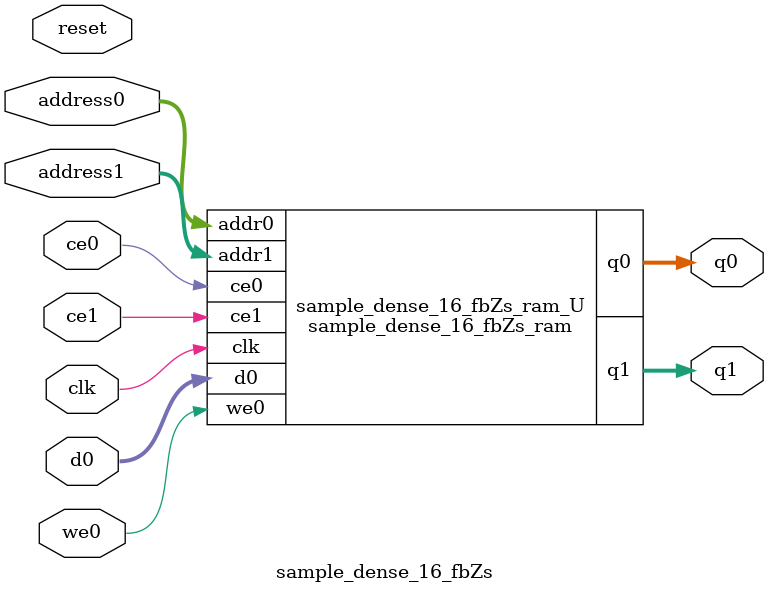
<source format=v>

`timescale 1 ns / 1 ps
module sample_dense_16_fbZs_ram (addr0, ce0, d0, we0, q0, addr1, ce1, q1,  clk);

parameter DWIDTH = 32;
parameter AWIDTH = 5;
parameter MEM_SIZE = 32;

input[AWIDTH-1:0] addr0;
input ce0;
input[DWIDTH-1:0] d0;
input we0;
output reg[DWIDTH-1:0] q0;
input[AWIDTH-1:0] addr1;
input ce1;
output reg[DWIDTH-1:0] q1;
input clk;

(* ram_style = "block" *)reg [DWIDTH-1:0] ram[0:MEM_SIZE-1];




always @(posedge clk)  
begin 
    if (ce0) 
    begin
        if (we0) 
        begin 
            ram[addr0] <= d0; 
            q0 <= d0;
        end 
        else 
            q0 <= ram[addr0];
    end
end


always @(posedge clk)  
begin 
    if (ce1) 
    begin
            q1 <= ram[addr1];
    end
end


endmodule


`timescale 1 ns / 1 ps
module sample_dense_16_fbZs(
    reset,
    clk,
    address0,
    ce0,
    we0,
    d0,
    q0,
    address1,
    ce1,
    q1);

parameter DataWidth = 32'd32;
parameter AddressRange = 32'd32;
parameter AddressWidth = 32'd5;
input reset;
input clk;
input[AddressWidth - 1:0] address0;
input ce0;
input we0;
input[DataWidth - 1:0] d0;
output[DataWidth - 1:0] q0;
input[AddressWidth - 1:0] address1;
input ce1;
output[DataWidth - 1:0] q1;



sample_dense_16_fbZs_ram sample_dense_16_fbZs_ram_U(
    .clk( clk ),
    .addr0( address0 ),
    .ce0( ce0 ),
    .we0( we0 ),
    .d0( d0 ),
    .q0( q0 ),
    .addr1( address1 ),
    .ce1( ce1 ),
    .q1( q1 ));

endmodule


</source>
